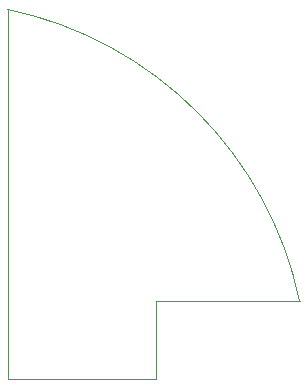
<source format=gm1>
G04 #@! TF.FileFunction,Profile,NP*
%FSLAX46Y46*%
G04 Gerber Fmt 4.6, Leading zero omitted, Abs format (unit mm)*
G04 Created by KiCad (PCBNEW 4.0.7) date 02/03/18 21:49:53*
%MOMM*%
%LPD*%
G01*
G04 APERTURE LIST*
%ADD10C,0.100000*%
G04 APERTURE END LIST*
D10*
X13563600Y-44965200D02*
X26063600Y-44965200D01*
X13563600Y-25865200D02*
X13563600Y-44965200D01*
X38265236Y-38372966D02*
G75*
G03X13563600Y-13665200I-31301636J-6592234D01*
G01*
X13563600Y-25865200D02*
X13563600Y-13665200D01*
X26063600Y-38365200D02*
X38263600Y-38365200D01*
X26063600Y-44965200D02*
X26063600Y-38365200D01*
M02*

</source>
